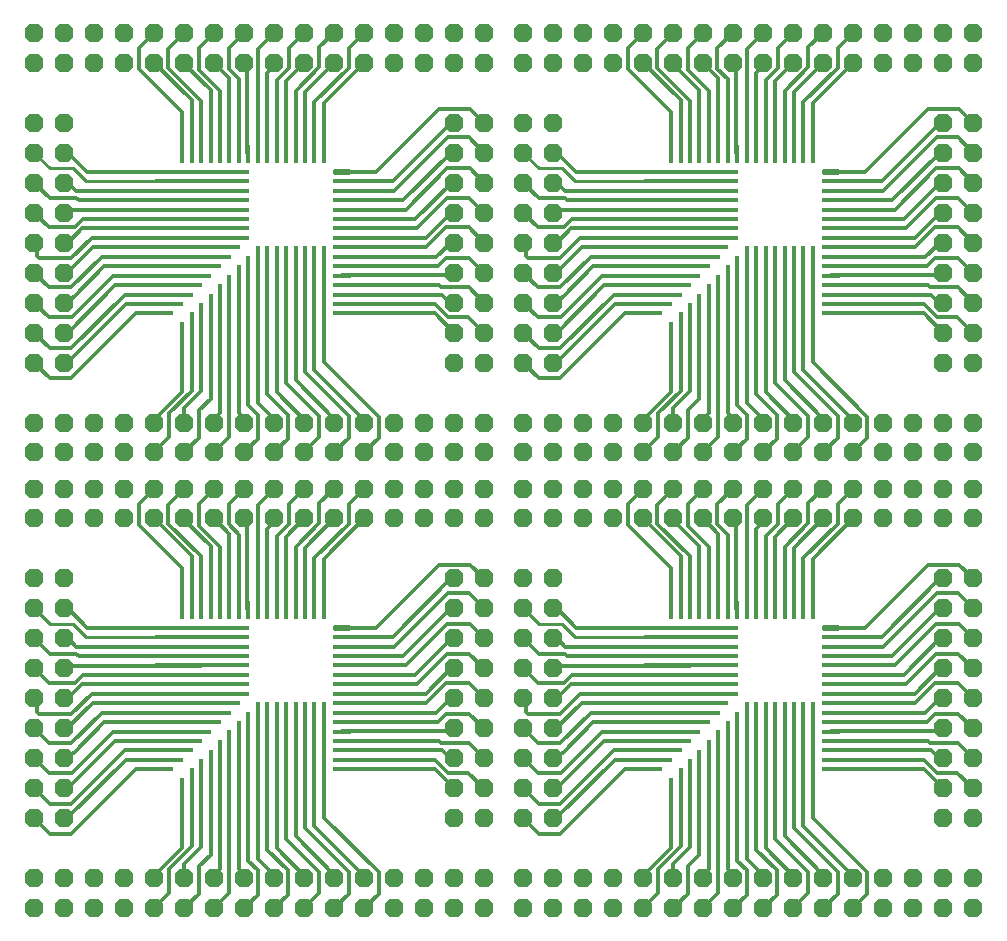
<source format=gbl>
G04*
G04 #@! TF.GenerationSoftware,Altium Limited,Altium Designer,22.0.2 (36)*
G04*
G04 Layer_Physical_Order=2*
G04 Layer_Color=16711680*
%FSLAX44Y44*%
%MOMM*%
G71*
G04*
G04 #@! TF.SameCoordinates,7C54838C-0965-49BE-8F7A-A0EB361EFC81*
G04*
G04*
G04 #@! TF.FilePolarity,Positive*
G04*
G01*
G75*
%ADD48C,0.2540*%
%ADD49P,1.7318X8X292.5*%
%ADD50P,1.7318X8X202.5*%
%ADD51R,0.4500X1.6000*%
%ADD52R,7.2000X0.4500*%
%ADD53R,6.4000X0.4500*%
%ADD54R,5.6000X0.4500*%
%ADD55R,4.8000X0.4500*%
%ADD56R,4.0000X0.4500*%
%ADD57R,3.2000X0.4500*%
%ADD58R,2.4000X0.4500*%
%ADD59R,1.6000X0.4500*%
%ADD60R,8.0000X0.4500*%
%ADD61R,0.4500X7.2000*%
%ADD62R,0.4500X6.4000*%
%ADD63R,0.4500X5.6000*%
%ADD64R,0.4500X4.8000*%
%ADD65R,0.4500X4.0000*%
%ADD66R,0.4500X3.2000*%
%ADD67R,0.4500X2.4000*%
G04:AMPARAMS|DCode=68|XSize=0.45mm|YSize=1.6mm|CornerRadius=0mm|HoleSize=0mm|Usage=FLASHONLY|Rotation=90.000|XOffset=0mm|YOffset=0mm|HoleType=Round|Shape=Octagon|*
%AMOCTAGOND68*
4,1,8,-0.8000,-0.1125,-0.8000,0.1125,-0.6875,0.2250,0.6875,0.2250,0.8000,0.1125,0.8000,-0.1125,0.6875,-0.2250,-0.6875,-0.2250,-0.8000,-0.1125,0.0*
%
%ADD68OCTAGOND68*%

%ADD69R,0.4500X8.0000*%
%ADD70C,0.3000*%
D48*
X49000Y256000D02*
X60000Y245000D01*
X158755D01*
X29900Y256000D02*
X49000D01*
X16700Y269200D02*
X29900Y256000D01*
X463000D02*
X474000Y245000D01*
X572755D01*
X443900Y256000D02*
X463000D01*
X430700Y269200D02*
X443900Y256000D01*
X49000Y642000D02*
X60000Y631000D01*
X158755D01*
X29900Y642000D02*
X49000D01*
X16700Y655200D02*
X29900Y642000D01*
X463000D02*
X474000Y631000D01*
X572755D01*
X443900Y642000D02*
X463000D01*
X430700Y655200D02*
X443900Y642000D01*
D49*
X397300Y142200D02*
D03*
Y91400D02*
D03*
Y116800D02*
D03*
Y167600D02*
D03*
Y193000D02*
D03*
Y218400D02*
D03*
Y243800D02*
D03*
Y269200D02*
D03*
Y294600D02*
D03*
X372000D02*
D03*
Y269200D02*
D03*
Y243800D02*
D03*
Y218400D02*
D03*
Y167600D02*
D03*
Y193000D02*
D03*
Y116800D02*
D03*
Y142200D02*
D03*
Y91400D02*
D03*
X16700Y243800D02*
D03*
X16700Y294600D02*
D03*
X16700Y269200D02*
D03*
X16700Y218400D02*
D03*
Y193000D02*
D03*
X16700Y167600D02*
D03*
Y142200D02*
D03*
X16700Y116800D02*
D03*
X16700Y91400D02*
D03*
X42000D02*
D03*
Y116800D02*
D03*
Y142200D02*
D03*
Y167600D02*
D03*
Y218400D02*
D03*
Y193000D02*
D03*
Y269200D02*
D03*
Y243800D02*
D03*
Y294600D02*
D03*
X811300Y142200D02*
D03*
Y91400D02*
D03*
Y116800D02*
D03*
Y167600D02*
D03*
Y193000D02*
D03*
Y218400D02*
D03*
Y243800D02*
D03*
Y269200D02*
D03*
Y294600D02*
D03*
X786000D02*
D03*
Y269200D02*
D03*
Y243800D02*
D03*
Y218400D02*
D03*
Y167600D02*
D03*
Y193000D02*
D03*
Y116800D02*
D03*
Y142200D02*
D03*
Y91400D02*
D03*
X430700Y243800D02*
D03*
X430700Y294600D02*
D03*
X430700Y269200D02*
D03*
X430700Y218400D02*
D03*
Y193000D02*
D03*
X430700Y167600D02*
D03*
Y142200D02*
D03*
X430700Y116800D02*
D03*
X430700Y91400D02*
D03*
X456000D02*
D03*
Y116800D02*
D03*
Y142200D02*
D03*
Y167600D02*
D03*
Y218400D02*
D03*
Y193000D02*
D03*
Y269200D02*
D03*
Y243800D02*
D03*
Y294600D02*
D03*
X397300Y528200D02*
D03*
Y477400D02*
D03*
Y502800D02*
D03*
Y553600D02*
D03*
Y579000D02*
D03*
Y604400D02*
D03*
Y629800D02*
D03*
Y655200D02*
D03*
Y680600D02*
D03*
X372000D02*
D03*
Y655200D02*
D03*
Y629800D02*
D03*
Y604400D02*
D03*
Y553600D02*
D03*
Y579000D02*
D03*
Y502800D02*
D03*
Y528200D02*
D03*
Y477400D02*
D03*
X16700Y629800D02*
D03*
X16700Y680600D02*
D03*
X16700Y655200D02*
D03*
X16700Y604400D02*
D03*
Y579000D02*
D03*
X16700Y553600D02*
D03*
Y528200D02*
D03*
X16700Y502800D02*
D03*
X16700Y477400D02*
D03*
X42000D02*
D03*
Y502800D02*
D03*
Y528200D02*
D03*
Y553600D02*
D03*
Y604400D02*
D03*
Y579000D02*
D03*
Y655200D02*
D03*
Y629800D02*
D03*
Y680600D02*
D03*
X811300Y528200D02*
D03*
Y477400D02*
D03*
Y502800D02*
D03*
Y553600D02*
D03*
Y579000D02*
D03*
Y604400D02*
D03*
Y629800D02*
D03*
Y655200D02*
D03*
Y680600D02*
D03*
X786000D02*
D03*
Y655200D02*
D03*
Y629800D02*
D03*
Y604400D02*
D03*
Y553600D02*
D03*
Y579000D02*
D03*
Y502800D02*
D03*
Y528200D02*
D03*
Y477400D02*
D03*
X430700Y629800D02*
D03*
X430700Y680600D02*
D03*
X430700Y655200D02*
D03*
X430700Y604400D02*
D03*
Y579000D02*
D03*
X430700Y553600D02*
D03*
Y528200D02*
D03*
X430700Y502800D02*
D03*
X430700Y477400D02*
D03*
X456000D02*
D03*
Y502800D02*
D03*
Y528200D02*
D03*
Y553600D02*
D03*
Y604400D02*
D03*
Y579000D02*
D03*
Y655200D02*
D03*
Y629800D02*
D03*
Y680600D02*
D03*
D50*
X143500Y345400D02*
D03*
Y370700D02*
D03*
X67300Y345400D02*
D03*
X41900D02*
D03*
X92700Y345400D02*
D03*
X118100Y345400D02*
D03*
X16500D02*
D03*
X67300Y370700D02*
D03*
X41900D02*
D03*
X92700D02*
D03*
X118100D02*
D03*
X16500D02*
D03*
X270500Y345400D02*
D03*
X372100D02*
D03*
X245100D02*
D03*
X295900D02*
D03*
X321300Y345400D02*
D03*
X346700Y345400D02*
D03*
X397500Y370700D02*
D03*
X219700Y345400D02*
D03*
X397500D02*
D03*
X270500Y370700D02*
D03*
X372100D02*
D03*
X245100D02*
D03*
X295900D02*
D03*
X321300D02*
D03*
X346700D02*
D03*
X219700D02*
D03*
X194300Y345400D02*
D03*
X168900Y345400D02*
D03*
X194300Y370700D02*
D03*
X168900D02*
D03*
X270500Y40600D02*
D03*
Y15300D02*
D03*
X346700Y40600D02*
D03*
X372100D02*
D03*
X321300D02*
D03*
X295900D02*
D03*
X397500D02*
D03*
X346700Y15300D02*
D03*
X372100D02*
D03*
X321300D02*
D03*
X295900Y15300D02*
D03*
X397500Y15300D02*
D03*
X143500Y40600D02*
D03*
X41900D02*
D03*
X168900D02*
D03*
X118100D02*
D03*
X92700D02*
D03*
X67300D02*
D03*
X16500Y15300D02*
D03*
X194300Y40600D02*
D03*
X16500D02*
D03*
X143500Y15300D02*
D03*
X41900D02*
D03*
X168900D02*
D03*
X118100D02*
D03*
X92700D02*
D03*
X67300Y15300D02*
D03*
X194300D02*
D03*
X219700Y40600D02*
D03*
X245100D02*
D03*
X219700Y15300D02*
D03*
X245100D02*
D03*
X557500Y345400D02*
D03*
Y370700D02*
D03*
X481300Y345400D02*
D03*
X455900D02*
D03*
X506700Y345400D02*
D03*
X532100Y345400D02*
D03*
X430500D02*
D03*
X481300Y370700D02*
D03*
X455900D02*
D03*
X506700D02*
D03*
X532100D02*
D03*
X430500D02*
D03*
X684500Y345400D02*
D03*
X786100D02*
D03*
X659100D02*
D03*
X709900D02*
D03*
X735300Y345400D02*
D03*
X760700Y345400D02*
D03*
X811500Y370700D02*
D03*
X633700Y345400D02*
D03*
X811500D02*
D03*
X684500Y370700D02*
D03*
X786100D02*
D03*
X659100D02*
D03*
X709900D02*
D03*
X735300D02*
D03*
X760700D02*
D03*
X633700D02*
D03*
X608300Y345400D02*
D03*
X582900Y345400D02*
D03*
X608300Y370700D02*
D03*
X582900D02*
D03*
X684500Y40600D02*
D03*
Y15300D02*
D03*
X760700Y40600D02*
D03*
X786100D02*
D03*
X735300D02*
D03*
X709900D02*
D03*
X811500D02*
D03*
X760700Y15300D02*
D03*
X786100D02*
D03*
X735300D02*
D03*
X709900Y15300D02*
D03*
X811500Y15300D02*
D03*
X557500Y40600D02*
D03*
X455900D02*
D03*
X582900D02*
D03*
X532100D02*
D03*
X506700D02*
D03*
X481300D02*
D03*
X430500Y15300D02*
D03*
X608300Y40600D02*
D03*
X430500D02*
D03*
X557500Y15300D02*
D03*
X455900D02*
D03*
X582900D02*
D03*
X532100D02*
D03*
X506700D02*
D03*
X481300Y15300D02*
D03*
X608300D02*
D03*
X633700Y40600D02*
D03*
X659100D02*
D03*
X633700Y15300D02*
D03*
X659100D02*
D03*
X143500Y731400D02*
D03*
Y756700D02*
D03*
X67300Y731400D02*
D03*
X41900D02*
D03*
X92700Y731400D02*
D03*
X118100Y731400D02*
D03*
X16500D02*
D03*
X67300Y756700D02*
D03*
X41900D02*
D03*
X92700D02*
D03*
X118100D02*
D03*
X16500D02*
D03*
X270500Y731400D02*
D03*
X372100D02*
D03*
X245100D02*
D03*
X295900D02*
D03*
X321300Y731400D02*
D03*
X346700Y731400D02*
D03*
X397500Y756700D02*
D03*
X219700Y731400D02*
D03*
X397500D02*
D03*
X270500Y756700D02*
D03*
X372100D02*
D03*
X245100D02*
D03*
X295900D02*
D03*
X321300D02*
D03*
X346700D02*
D03*
X219700D02*
D03*
X194300Y731400D02*
D03*
X168900Y731400D02*
D03*
X194300Y756700D02*
D03*
X168900D02*
D03*
X270500Y426600D02*
D03*
Y401300D02*
D03*
X346700Y426600D02*
D03*
X372100D02*
D03*
X321300D02*
D03*
X295900D02*
D03*
X397500D02*
D03*
X346700Y401300D02*
D03*
X372100D02*
D03*
X321300D02*
D03*
X295900Y401300D02*
D03*
X397500Y401300D02*
D03*
X143500Y426600D02*
D03*
X41900D02*
D03*
X168900D02*
D03*
X118100D02*
D03*
X92700D02*
D03*
X67300D02*
D03*
X16500Y401300D02*
D03*
X194300Y426600D02*
D03*
X16500D02*
D03*
X143500Y401300D02*
D03*
X41900D02*
D03*
X168900D02*
D03*
X118100D02*
D03*
X92700D02*
D03*
X67300Y401300D02*
D03*
X194300D02*
D03*
X219700Y426600D02*
D03*
X245100D02*
D03*
X219700Y401300D02*
D03*
X245100D02*
D03*
X557500Y731400D02*
D03*
Y756700D02*
D03*
X481300Y731400D02*
D03*
X455900D02*
D03*
X506700Y731400D02*
D03*
X532100Y731400D02*
D03*
X430500D02*
D03*
X481300Y756700D02*
D03*
X455900D02*
D03*
X506700D02*
D03*
X532100D02*
D03*
X430500D02*
D03*
X684500Y731400D02*
D03*
X786100D02*
D03*
X659100D02*
D03*
X709900D02*
D03*
X735300Y731400D02*
D03*
X760700Y731400D02*
D03*
X811500Y756700D02*
D03*
X633700Y731400D02*
D03*
X811500D02*
D03*
X684500Y756700D02*
D03*
X786100D02*
D03*
X659100D02*
D03*
X709900D02*
D03*
X735300D02*
D03*
X760700D02*
D03*
X633700D02*
D03*
X608300Y731400D02*
D03*
X582900Y731400D02*
D03*
X608300Y756700D02*
D03*
X582900D02*
D03*
X684500Y426600D02*
D03*
Y401300D02*
D03*
X760700Y426600D02*
D03*
X786100D02*
D03*
X735300D02*
D03*
X709900D02*
D03*
X811500D02*
D03*
X760700Y401300D02*
D03*
X786100D02*
D03*
X735300D02*
D03*
X709900Y401300D02*
D03*
X811500Y401300D02*
D03*
X557500Y426600D02*
D03*
X455900D02*
D03*
X582900D02*
D03*
X532100D02*
D03*
X506700D02*
D03*
X481300D02*
D03*
X430500Y401300D02*
D03*
X608300Y426600D02*
D03*
X430500D02*
D03*
X557500Y401300D02*
D03*
X455900D02*
D03*
X582900D02*
D03*
X532100D02*
D03*
X506700D02*
D03*
X481300Y401300D02*
D03*
X608300D02*
D03*
X633700Y426600D02*
D03*
X659100D02*
D03*
X633700Y401300D02*
D03*
X659100D02*
D03*
D51*
X197755Y268000D02*
D03*
X189755D02*
D03*
X181755D02*
D03*
X173755D02*
D03*
X165755D02*
D03*
X157755D02*
D03*
X149755D02*
D03*
X141755D02*
D03*
X261755D02*
D03*
X253755D02*
D03*
X245755D02*
D03*
X237755D02*
D03*
X229755D02*
D03*
X221755D02*
D03*
X213755D02*
D03*
X205755D02*
D03*
X141755Y118000D02*
D03*
X611755Y268000D02*
D03*
X603755D02*
D03*
X595755D02*
D03*
X587755D02*
D03*
X579755D02*
D03*
X571755D02*
D03*
X563755D02*
D03*
X555755D02*
D03*
X675755D02*
D03*
X667755D02*
D03*
X659755D02*
D03*
X651755D02*
D03*
X643755D02*
D03*
X635755D02*
D03*
X627755D02*
D03*
X619755D02*
D03*
X555755Y118000D02*
D03*
X197755Y654000D02*
D03*
X189755D02*
D03*
X181755D02*
D03*
X173755D02*
D03*
X165755D02*
D03*
X157755D02*
D03*
X149755D02*
D03*
X141755D02*
D03*
X261755D02*
D03*
X253755D02*
D03*
X245755D02*
D03*
X237755D02*
D03*
X229755D02*
D03*
X221755D02*
D03*
X213755D02*
D03*
X205755D02*
D03*
X141755Y504000D02*
D03*
X611755Y654000D02*
D03*
X603755D02*
D03*
X595755D02*
D03*
X587755D02*
D03*
X579755D02*
D03*
X571755D02*
D03*
X563755D02*
D03*
X555755D02*
D03*
X675755D02*
D03*
X667755D02*
D03*
X659755D02*
D03*
X651755D02*
D03*
X643755D02*
D03*
X635755D02*
D03*
X627755D02*
D03*
X619755D02*
D03*
X555755Y504000D02*
D03*
D52*
X154755Y189000D02*
D03*
X568755D02*
D03*
X154755Y575000D02*
D03*
X568755D02*
D03*
D53*
X150755Y181000D02*
D03*
X564755D02*
D03*
X150755Y567000D02*
D03*
X564755D02*
D03*
D54*
X146755Y173000D02*
D03*
X560755D02*
D03*
X146755Y559000D02*
D03*
X560755D02*
D03*
D55*
X142755Y165000D02*
D03*
X556755D02*
D03*
X142755Y551000D02*
D03*
X556755D02*
D03*
D56*
X138755Y157000D02*
D03*
X552755D02*
D03*
X138755Y543000D02*
D03*
X552755D02*
D03*
D57*
X134755Y149000D02*
D03*
X548755D02*
D03*
X134755Y535000D02*
D03*
X548755D02*
D03*
D58*
X130755Y141000D02*
D03*
X544755D02*
D03*
X130755Y527000D02*
D03*
X544755D02*
D03*
D59*
X126755Y133000D02*
D03*
X276755D02*
D03*
Y141000D02*
D03*
Y149000D02*
D03*
Y157000D02*
D03*
Y165000D02*
D03*
Y173000D02*
D03*
Y181000D02*
D03*
Y189000D02*
D03*
Y245000D02*
D03*
Y237000D02*
D03*
Y229000D02*
D03*
Y221000D02*
D03*
Y213000D02*
D03*
Y205000D02*
D03*
Y197000D02*
D03*
X540755Y133000D02*
D03*
X690755D02*
D03*
Y141000D02*
D03*
Y149000D02*
D03*
Y157000D02*
D03*
Y165000D02*
D03*
Y173000D02*
D03*
Y181000D02*
D03*
Y189000D02*
D03*
Y245000D02*
D03*
Y237000D02*
D03*
Y229000D02*
D03*
Y221000D02*
D03*
Y213000D02*
D03*
Y205000D02*
D03*
Y197000D02*
D03*
X126755Y519000D02*
D03*
X276755D02*
D03*
Y527000D02*
D03*
Y535000D02*
D03*
Y543000D02*
D03*
Y551000D02*
D03*
Y559000D02*
D03*
Y567000D02*
D03*
Y575000D02*
D03*
Y631000D02*
D03*
Y623000D02*
D03*
Y615000D02*
D03*
Y607000D02*
D03*
Y599000D02*
D03*
Y591000D02*
D03*
Y583000D02*
D03*
X540755Y519000D02*
D03*
X690755D02*
D03*
Y527000D02*
D03*
Y535000D02*
D03*
Y543000D02*
D03*
Y551000D02*
D03*
Y559000D02*
D03*
Y567000D02*
D03*
Y575000D02*
D03*
Y631000D02*
D03*
Y623000D02*
D03*
Y615000D02*
D03*
Y607000D02*
D03*
Y599000D02*
D03*
Y591000D02*
D03*
Y583000D02*
D03*
D60*
X158755Y253000D02*
D03*
Y245000D02*
D03*
Y237000D02*
D03*
Y229000D02*
D03*
Y221000D02*
D03*
Y213000D02*
D03*
Y205000D02*
D03*
Y197000D02*
D03*
X572755Y253000D02*
D03*
Y245000D02*
D03*
Y237000D02*
D03*
Y229000D02*
D03*
Y221000D02*
D03*
Y213000D02*
D03*
Y205000D02*
D03*
Y197000D02*
D03*
X158755Y639000D02*
D03*
Y631000D02*
D03*
Y623000D02*
D03*
Y615000D02*
D03*
Y607000D02*
D03*
Y599000D02*
D03*
Y591000D02*
D03*
Y583000D02*
D03*
X572755Y639000D02*
D03*
Y631000D02*
D03*
Y623000D02*
D03*
Y615000D02*
D03*
Y607000D02*
D03*
Y599000D02*
D03*
Y591000D02*
D03*
Y583000D02*
D03*
D61*
X197755Y146000D02*
D03*
X611755D02*
D03*
X197755Y532000D02*
D03*
X611755D02*
D03*
D62*
X189755Y142000D02*
D03*
X603755D02*
D03*
X189755Y528000D02*
D03*
X603755D02*
D03*
D63*
X181755Y138000D02*
D03*
X595755D02*
D03*
X181755Y524000D02*
D03*
X595755D02*
D03*
D64*
X173755Y134000D02*
D03*
X587755D02*
D03*
X173755Y520000D02*
D03*
X587755D02*
D03*
D65*
X165755Y130000D02*
D03*
X579755D02*
D03*
X165755Y516000D02*
D03*
X579755D02*
D03*
D66*
X157755Y126000D02*
D03*
X571755D02*
D03*
X157755Y512000D02*
D03*
X571755D02*
D03*
D67*
X149755Y122000D02*
D03*
X563755D02*
D03*
X149755Y508000D02*
D03*
X563755D02*
D03*
D68*
X276755Y253000D02*
D03*
X690755D02*
D03*
X276755Y639000D02*
D03*
X690755D02*
D03*
D69*
X261755Y150000D02*
D03*
X253755D02*
D03*
X245755D02*
D03*
X237755D02*
D03*
X229755D02*
D03*
X221755D02*
D03*
X213755D02*
D03*
X205755D02*
D03*
X675755D02*
D03*
X667755D02*
D03*
X659755D02*
D03*
X651755D02*
D03*
X643755D02*
D03*
X635755D02*
D03*
X627755D02*
D03*
X619755D02*
D03*
X261755Y536000D02*
D03*
X253755D02*
D03*
X245755D02*
D03*
X237755D02*
D03*
X229755D02*
D03*
X221755D02*
D03*
X213755D02*
D03*
X205755D02*
D03*
X675755D02*
D03*
X667755D02*
D03*
X659755D02*
D03*
X651755D02*
D03*
X643755D02*
D03*
X635755D02*
D03*
X627755D02*
D03*
X619755D02*
D03*
D70*
X42000Y269200D02*
X44800D01*
X61000Y253000D01*
X158755D01*
X28900Y130000D02*
X48129D01*
X16700Y142200D02*
X28900Y130000D01*
X16700Y116800D02*
X29500Y104000D01*
X48000D01*
X66000Y189000D02*
X154755D01*
X42000Y167600D02*
X44600D01*
X66000Y189000D01*
X42000Y142200D02*
X45121D01*
X49703Y146782D01*
X49782D02*
X76000Y173000D01*
X146755D01*
X49703Y146782D02*
X49782D01*
X47729Y155000D02*
X73729Y181000D01*
X29300Y155000D02*
X47729D01*
X73729Y181000D02*
X150755D01*
X93000Y149000D02*
X134755D01*
X48000Y104000D02*
X93000Y149000D01*
X85000Y157000D02*
X138755D01*
X44800Y116800D02*
X85000Y157000D01*
X42000Y116800D02*
X44800D01*
X44400Y91400D02*
X94000Y141000D01*
X42000Y91400D02*
X44400D01*
X94000Y141000D02*
X130755D01*
X48000Y78000D02*
X103000Y133000D01*
X30100Y78000D02*
X48000D01*
X103000Y133000D02*
X126755D01*
X308000Y27400D02*
Y45728D01*
X295900Y15300D02*
X308000Y27400D01*
X261755Y91973D02*
X308000Y45728D01*
X369800Y243800D02*
X372000D01*
X339000Y213000D02*
X369800Y243800D01*
X276755Y213000D02*
X339000D01*
X276755Y229000D02*
X329000D01*
X369200Y269200D02*
X372000D01*
X329000Y229000D02*
X369200Y269200D01*
X276755Y245000D02*
X320000D01*
X369600Y294600D02*
X372000D01*
X320000Y245000D02*
X369600Y294600D01*
X384500Y282000D02*
X397300Y269200D01*
X321471Y237000D02*
X366471Y282000D01*
X384500D01*
X385100Y256000D02*
X397300Y243800D01*
X330871Y221000D02*
X365871Y256000D01*
X385100D01*
X384700Y231000D02*
X397300Y218400D01*
X366271Y231000D02*
X384700D01*
X340271Y205000D02*
X366271Y231000D01*
X348000Y189000D02*
X365000Y206000D01*
X276755Y189000D02*
X348000D01*
X365000Y206000D02*
X384300D01*
X276755Y197000D02*
X348000D01*
X369400Y218400D02*
X372000D01*
X348000Y197000D02*
X369400Y218400D01*
X384300Y206000D02*
X397300Y193000D01*
X276755Y173000D02*
X358000D01*
X365000Y180000D02*
X384900D01*
X358000Y173000D02*
X365000Y180000D01*
X357000Y181000D02*
X369000Y193000D01*
X276755Y181000D02*
X357000D01*
X369000Y193000D02*
X372000D01*
X384900Y180000D02*
X397300Y167600D01*
X276755Y157000D02*
X359000D01*
X361000Y155000D01*
X384500D01*
X397300Y142200D01*
X367250Y130000D02*
X384100D01*
X356250Y141000D02*
X367250Y130000D01*
X384100D02*
X397300Y116800D01*
X258000Y28200D02*
Y46029D01*
X245100Y15300D02*
X258000Y28200D01*
X229755Y74274D02*
X258000Y46029D01*
X245755Y83674D02*
X283000Y46429D01*
X270500Y15300D02*
X283000Y27800D01*
Y46429D01*
X253755Y85245D02*
X295900Y43100D01*
X253755Y85245D02*
Y150000D01*
X295900Y40600D02*
Y43100D01*
X237755Y76245D02*
Y150000D01*
Y76245D02*
X270500Y43500D01*
Y40600D02*
Y43500D01*
X205755Y57245D02*
Y150000D01*
X219700Y40600D02*
Y43300D01*
X205755Y57245D02*
X219700Y43300D01*
X245100Y40600D02*
Y42900D01*
X221755Y66245D02*
Y150000D01*
Y66245D02*
X245100Y42900D01*
X16700Y91400D02*
X30100Y78000D01*
X48129Y130000D02*
X83129Y165000D01*
X16700Y167600D02*
X29300Y155000D01*
X65000Y197000D02*
X158755D01*
X48000Y180000D02*
X65000Y197000D01*
X20579Y180000D02*
X48000D01*
X18821Y181757D02*
X20579Y180000D01*
X18821Y181757D02*
Y190879D01*
X16700Y193000D02*
X18821Y190879D01*
X57121Y205000D02*
X158755D01*
X45121Y193000D02*
X57121Y205000D01*
X42000Y193000D02*
X45121D01*
X51000Y206000D02*
X58000Y213000D01*
X158755D01*
X29100Y206000D02*
X51000D01*
X16700Y218400D02*
X29100Y206000D01*
X54000Y229000D02*
X158755D01*
X29500Y231000D02*
X52000D01*
X54000Y229000D01*
X16700Y243800D02*
X29500Y231000D01*
X149755Y268000D02*
Y313745D01*
X118100Y345400D02*
X149755Y313745D01*
X105000Y340000D02*
Y357600D01*
X141755Y268000D02*
Y303245D01*
X105000Y340000D02*
X141755Y303245D01*
X105000Y357600D02*
X118100Y370700D01*
X130000Y357200D02*
X143500Y370700D01*
X130000Y341000D02*
Y357200D01*
Y341000D02*
X157755Y313245D01*
X165755Y268000D02*
Y322174D01*
X173755Y268000D02*
Y321245D01*
X143500Y344429D02*
Y345400D01*
X156000Y339000D02*
X173755Y321245D01*
X156000Y339000D02*
Y357800D01*
X143500Y344429D02*
X165755Y322174D01*
X156000Y357800D02*
X168900Y370700D01*
X181000Y357400D02*
X194300Y370700D01*
X181000Y340371D02*
X189755Y331616D01*
X181000Y340371D02*
Y357400D01*
X205800Y356800D02*
X219700Y370700D01*
X205800Y339950D02*
Y356800D01*
X205755Y268000D02*
Y339905D01*
X205800Y339950D01*
X221755Y330505D02*
X232000Y340750D01*
Y357600D02*
X245100Y370700D01*
X232000Y340750D02*
Y357600D01*
X237755Y321105D02*
X258000Y341350D01*
Y358200D02*
X270500Y370700D01*
X258000Y341350D02*
Y358200D01*
X283000Y357800D02*
X295900Y370700D01*
X283000Y340950D02*
Y357800D01*
X253755Y311705D02*
X283000Y340950D01*
X261755Y268000D02*
Y311255D01*
X295900Y345400D01*
X253755Y268000D02*
Y311705D01*
X245755Y320655D02*
X270500Y345400D01*
X245755Y268000D02*
Y320655D01*
X237755Y268000D02*
Y321105D01*
X229755Y330055D02*
X245100Y345400D01*
X229755Y268000D02*
Y330055D01*
X221755Y268000D02*
Y330505D01*
X219700Y342279D02*
Y345400D01*
X213755Y268000D02*
Y336334D01*
X219700Y342279D01*
X197005Y268750D02*
Y342695D01*
Y268750D02*
X197755Y268000D01*
X194300Y345400D02*
X197005Y342695D01*
X189755Y268000D02*
Y331616D01*
X168900Y345400D02*
X181755Y332545D01*
Y268000D02*
Y332545D01*
X157755Y268000D02*
Y313245D01*
X45121Y243800D02*
X51921Y237000D01*
X42000Y243800D02*
X45121D01*
X51921Y237000D02*
X158755D01*
X43850Y220250D02*
X158005D01*
X42000Y218400D02*
X43850Y220250D01*
X158005D02*
X158755Y221000D01*
X83129Y165000D02*
X142755D01*
X118100Y40600D02*
Y43100D01*
X143500Y53100D02*
X157755Y67355D01*
Y126000D01*
X149755Y67684D02*
Y122000D01*
X131000Y48929D02*
X149755Y67684D01*
X131000Y28200D02*
Y48929D01*
X141755Y66755D02*
Y118000D01*
X118100Y43100D02*
X141755Y66755D01*
X143500Y40600D02*
Y53100D01*
X156000Y51000D02*
X165755Y60755D01*
X156000Y27800D02*
Y51000D01*
X143500Y15300D02*
X156000Y27800D01*
X165755Y60755D02*
Y130000D01*
X118100Y15300D02*
X131000Y28200D01*
X168900Y43856D02*
X173755Y48711D01*
X168900Y40600D02*
Y43856D01*
X173755Y48711D02*
Y134000D01*
X168900Y15300D02*
X181755Y28155D01*
Y138000D01*
X194300Y40600D02*
Y43856D01*
X189755Y48401D02*
Y142000D01*
Y48401D02*
X194300Y43856D01*
X197755Y55474D02*
Y146000D01*
Y55474D02*
X205800Y47429D01*
X194300Y15300D02*
X205800Y26800D01*
Y47429D01*
X219700Y15300D02*
X231200Y26800D01*
Y47429D01*
X213755Y64874D02*
X231200Y47429D01*
X213755Y64874D02*
Y150000D01*
X229755Y74274D02*
Y150000D01*
X245755Y83674D02*
Y150000D01*
X261755Y91973D02*
Y150000D01*
X306000Y253000D02*
X359100Y306100D01*
X276755Y253000D02*
X306000D01*
X359100Y306100D02*
X385800D01*
X276755Y133000D02*
X355800D01*
X372000Y116800D01*
X276755Y141000D02*
X356250D01*
X362079Y149000D02*
X368879Y142200D01*
X372000D01*
X276755Y149000D02*
X362079D01*
X370150Y165750D02*
X372000Y167600D01*
X276755Y165000D02*
X277505Y165750D01*
X370150D01*
X276755Y205000D02*
X340271D01*
X276755Y221000D02*
X330871D01*
X276755Y237000D02*
X321471D01*
X385800Y306100D02*
X397300Y294600D01*
X456000Y269200D02*
X458800D01*
X475000Y253000D01*
X572755D01*
X442900Y130000D02*
X462129D01*
X430700Y142200D02*
X442900Y130000D01*
X430700Y116800D02*
X443500Y104000D01*
X462000D01*
X480000Y189000D02*
X568755D01*
X456000Y167600D02*
X458600D01*
X480000Y189000D01*
X456000Y142200D02*
X459121D01*
X463703Y146782D01*
X463782D02*
X490000Y173000D01*
X560755D01*
X463703Y146782D02*
X463782D01*
X461729Y155000D02*
X487729Y181000D01*
X443300Y155000D02*
X461729D01*
X487729Y181000D02*
X564755D01*
X507000Y149000D02*
X548755D01*
X462000Y104000D02*
X507000Y149000D01*
X499000Y157000D02*
X552755D01*
X458800Y116800D02*
X499000Y157000D01*
X456000Y116800D02*
X458800D01*
X458400Y91400D02*
X508000Y141000D01*
X456000Y91400D02*
X458400D01*
X508000Y141000D02*
X544755D01*
X462000Y78000D02*
X517000Y133000D01*
X444100Y78000D02*
X462000D01*
X517000Y133000D02*
X540755D01*
X722000Y27400D02*
Y45728D01*
X709900Y15300D02*
X722000Y27400D01*
X675755Y91973D02*
X722000Y45728D01*
X783800Y243800D02*
X786000D01*
X753000Y213000D02*
X783800Y243800D01*
X690755Y213000D02*
X753000D01*
X690755Y229000D02*
X743000D01*
X783200Y269200D02*
X786000D01*
X743000Y229000D02*
X783200Y269200D01*
X690755Y245000D02*
X734000D01*
X783600Y294600D02*
X786000D01*
X734000Y245000D02*
X783600Y294600D01*
X798500Y282000D02*
X811300Y269200D01*
X735471Y237000D02*
X780471Y282000D01*
X798500D01*
X799100Y256000D02*
X811300Y243800D01*
X744871Y221000D02*
X779871Y256000D01*
X799100D01*
X798700Y231000D02*
X811300Y218400D01*
X780271Y231000D02*
X798700D01*
X754271Y205000D02*
X780271Y231000D01*
X762000Y189000D02*
X779000Y206000D01*
X690755Y189000D02*
X762000D01*
X779000Y206000D02*
X798300D01*
X690755Y197000D02*
X762000D01*
X783400Y218400D02*
X786000D01*
X762000Y197000D02*
X783400Y218400D01*
X798300Y206000D02*
X811300Y193000D01*
X690755Y173000D02*
X772000D01*
X779000Y180000D02*
X798900D01*
X772000Y173000D02*
X779000Y180000D01*
X771000Y181000D02*
X783000Y193000D01*
X690755Y181000D02*
X771000D01*
X783000Y193000D02*
X786000D01*
X798900Y180000D02*
X811300Y167600D01*
X690755Y157000D02*
X773000D01*
X775000Y155000D01*
X798500D01*
X811300Y142200D01*
X781250Y130000D02*
X798100D01*
X770250Y141000D02*
X781250Y130000D01*
X798100D02*
X811300Y116800D01*
X672000Y28200D02*
Y46029D01*
X659100Y15300D02*
X672000Y28200D01*
X643755Y74274D02*
X672000Y46029D01*
X659755Y83674D02*
X697000Y46429D01*
X684500Y15300D02*
X697000Y27800D01*
Y46429D01*
X667755Y85245D02*
X709900Y43100D01*
X667755Y85245D02*
Y150000D01*
X709900Y40600D02*
Y43100D01*
X651755Y76245D02*
Y150000D01*
Y76245D02*
X684500Y43500D01*
Y40600D02*
Y43500D01*
X619755Y57245D02*
Y150000D01*
X633700Y40600D02*
Y43300D01*
X619755Y57245D02*
X633700Y43300D01*
X659100Y40600D02*
Y42900D01*
X635755Y66245D02*
Y150000D01*
Y66245D02*
X659100Y42900D01*
X430700Y91400D02*
X444100Y78000D01*
X462129Y130000D02*
X497129Y165000D01*
X430700Y167600D02*
X443300Y155000D01*
X479000Y197000D02*
X572755D01*
X462000Y180000D02*
X479000Y197000D01*
X434579Y180000D02*
X462000D01*
X432821Y181757D02*
X434579Y180000D01*
X432821Y181757D02*
Y190879D01*
X430700Y193000D02*
X432821Y190879D01*
X471121Y205000D02*
X572755D01*
X459121Y193000D02*
X471121Y205000D01*
X456000Y193000D02*
X459121D01*
X465000Y206000D02*
X472000Y213000D01*
X572755D01*
X443100Y206000D02*
X465000D01*
X430700Y218400D02*
X443100Y206000D01*
X468000Y229000D02*
X572755D01*
X443500Y231000D02*
X466000D01*
X468000Y229000D01*
X430700Y243800D02*
X443500Y231000D01*
X563755Y268000D02*
Y313745D01*
X532100Y345400D02*
X563755Y313745D01*
X519000Y340000D02*
Y357600D01*
X555755Y268000D02*
Y303245D01*
X519000Y340000D02*
X555755Y303245D01*
X519000Y357600D02*
X532100Y370700D01*
X544000Y357200D02*
X557500Y370700D01*
X544000Y341000D02*
Y357200D01*
Y341000D02*
X571755Y313245D01*
X579755Y268000D02*
Y322174D01*
X587755Y268000D02*
Y321245D01*
X557500Y344429D02*
Y345400D01*
X570000Y339000D02*
X587755Y321245D01*
X570000Y339000D02*
Y357800D01*
X557500Y344429D02*
X579755Y322174D01*
X570000Y357800D02*
X582900Y370700D01*
X595000Y357400D02*
X608300Y370700D01*
X595000Y340371D02*
X603755Y331616D01*
X595000Y340371D02*
Y357400D01*
X619800Y356800D02*
X633700Y370700D01*
X619800Y339950D02*
Y356800D01*
X619755Y268000D02*
Y339905D01*
X619800Y339950D01*
X635755Y330505D02*
X646000Y340750D01*
Y357600D02*
X659100Y370700D01*
X646000Y340750D02*
Y357600D01*
X651755Y321105D02*
X672000Y341350D01*
Y358200D02*
X684500Y370700D01*
X672000Y341350D02*
Y358200D01*
X697000Y357800D02*
X709900Y370700D01*
X697000Y340950D02*
Y357800D01*
X667755Y311705D02*
X697000Y340950D01*
X675755Y268000D02*
Y311255D01*
X709900Y345400D01*
X667755Y268000D02*
Y311705D01*
X659755Y320655D02*
X684500Y345400D01*
X659755Y268000D02*
Y320655D01*
X651755Y268000D02*
Y321105D01*
X643755Y330055D02*
X659100Y345400D01*
X643755Y268000D02*
Y330055D01*
X635755Y268000D02*
Y330505D01*
X633700Y342279D02*
Y345400D01*
X627755Y268000D02*
Y336334D01*
X633700Y342279D01*
X611005Y268750D02*
Y342695D01*
Y268750D02*
X611755Y268000D01*
X608300Y345400D02*
X611005Y342695D01*
X603755Y268000D02*
Y331616D01*
X582900Y345400D02*
X595755Y332545D01*
Y268000D02*
Y332545D01*
X571755Y268000D02*
Y313245D01*
X459121Y243800D02*
X465921Y237000D01*
X456000Y243800D02*
X459121D01*
X465921Y237000D02*
X572755D01*
X457850Y220250D02*
X572005D01*
X456000Y218400D02*
X457850Y220250D01*
X572005D02*
X572755Y221000D01*
X497129Y165000D02*
X556755D01*
X532100Y40600D02*
Y43100D01*
X557500Y53100D02*
X571755Y67355D01*
Y126000D01*
X563755Y67684D02*
Y122000D01*
X545000Y48929D02*
X563755Y67684D01*
X545000Y28200D02*
Y48929D01*
X555755Y66755D02*
Y118000D01*
X532100Y43100D02*
X555755Y66755D01*
X557500Y40600D02*
Y53100D01*
X570000Y51000D02*
X579755Y60755D01*
X570000Y27800D02*
Y51000D01*
X557500Y15300D02*
X570000Y27800D01*
X579755Y60755D02*
Y130000D01*
X532100Y15300D02*
X545000Y28200D01*
X582900Y43856D02*
X587755Y48711D01*
X582900Y40600D02*
Y43856D01*
X587755Y48711D02*
Y134000D01*
X582900Y15300D02*
X595755Y28155D01*
Y138000D01*
X608300Y40600D02*
Y43856D01*
X603755Y48401D02*
Y142000D01*
Y48401D02*
X608300Y43856D01*
X611755Y55474D02*
Y146000D01*
Y55474D02*
X619800Y47429D01*
X608300Y15300D02*
X619800Y26800D01*
Y47429D01*
X633700Y15300D02*
X645200Y26800D01*
Y47429D01*
X627755Y64874D02*
X645200Y47429D01*
X627755Y64874D02*
Y150000D01*
X643755Y74274D02*
Y150000D01*
X659755Y83674D02*
Y150000D01*
X675755Y91973D02*
Y150000D01*
X720000Y253000D02*
X773100Y306100D01*
X690755Y253000D02*
X720000D01*
X773100Y306100D02*
X799800D01*
X690755Y133000D02*
X769800D01*
X786000Y116800D01*
X690755Y141000D02*
X770250D01*
X776079Y149000D02*
X782879Y142200D01*
X786000D01*
X690755Y149000D02*
X776079D01*
X784150Y165750D02*
X786000Y167600D01*
X690755Y165000D02*
X691505Y165750D01*
X784150D01*
X690755Y205000D02*
X754271D01*
X690755Y221000D02*
X744871D01*
X690755Y237000D02*
X735471D01*
X799800Y306100D02*
X811300Y294600D01*
X42000Y655200D02*
X44800D01*
X61000Y639000D01*
X158755D01*
X28900Y516000D02*
X48129D01*
X16700Y528200D02*
X28900Y516000D01*
X16700Y502800D02*
X29500Y490000D01*
X48000D01*
X66000Y575000D02*
X154755D01*
X42000Y553600D02*
X44600D01*
X66000Y575000D01*
X42000Y528200D02*
X45121D01*
X49703Y532782D01*
X49782D02*
X76000Y559000D01*
X146755D01*
X49703Y532782D02*
X49782D01*
X47729Y541000D02*
X73729Y567000D01*
X29300Y541000D02*
X47729D01*
X73729Y567000D02*
X150755D01*
X93000Y535000D02*
X134755D01*
X48000Y490000D02*
X93000Y535000D01*
X85000Y543000D02*
X138755D01*
X44800Y502800D02*
X85000Y543000D01*
X42000Y502800D02*
X44800D01*
X44400Y477400D02*
X94000Y527000D01*
X42000Y477400D02*
X44400D01*
X94000Y527000D02*
X130755D01*
X48000Y464000D02*
X103000Y519000D01*
X30100Y464000D02*
X48000D01*
X103000Y519000D02*
X126755D01*
X308000Y413400D02*
Y431727D01*
X295900Y401300D02*
X308000Y413400D01*
X261755Y477973D02*
X308000Y431727D01*
X369800Y629800D02*
X372000D01*
X339000Y599000D02*
X369800Y629800D01*
X276755Y599000D02*
X339000D01*
X276755Y615000D02*
X329000D01*
X369200Y655200D02*
X372000D01*
X329000Y615000D02*
X369200Y655200D01*
X276755Y631000D02*
X320000D01*
X369600Y680600D02*
X372000D01*
X320000Y631000D02*
X369600Y680600D01*
X384500Y668000D02*
X397300Y655200D01*
X321471Y623000D02*
X366471Y668000D01*
X384500D01*
X385100Y642000D02*
X397300Y629800D01*
X330871Y607000D02*
X365871Y642000D01*
X385100D01*
X384700Y617000D02*
X397300Y604400D01*
X366271Y617000D02*
X384700D01*
X340271Y591000D02*
X366271Y617000D01*
X348000Y575000D02*
X365000Y592000D01*
X276755Y575000D02*
X348000D01*
X365000Y592000D02*
X384300D01*
X276755Y583000D02*
X348000D01*
X369400Y604400D02*
X372000D01*
X348000Y583000D02*
X369400Y604400D01*
X384300Y592000D02*
X397300Y579000D01*
X276755Y559000D02*
X358000D01*
X365000Y566000D02*
X384900D01*
X358000Y559000D02*
X365000Y566000D01*
X357000Y567000D02*
X369000Y579000D01*
X276755Y567000D02*
X357000D01*
X369000Y579000D02*
X372000D01*
X384900Y566000D02*
X397300Y553600D01*
X276755Y543000D02*
X359000D01*
X361000Y541000D01*
X384500D01*
X397300Y528200D01*
X367250Y516000D02*
X384100D01*
X356250Y527000D02*
X367250Y516000D01*
X384100D02*
X397300Y502800D01*
X258000Y414200D02*
Y432029D01*
X245100Y401300D02*
X258000Y414200D01*
X229755Y460274D02*
X258000Y432029D01*
X245755Y469674D02*
X283000Y432429D01*
X270500Y401300D02*
X283000Y413800D01*
Y432429D01*
X253755Y471245D02*
X295900Y429100D01*
X253755Y471245D02*
Y536000D01*
X295900Y426600D02*
Y429100D01*
X237755Y462245D02*
Y536000D01*
Y462245D02*
X270500Y429500D01*
Y426600D02*
Y429500D01*
X205755Y443245D02*
Y536000D01*
X219700Y426600D02*
Y429300D01*
X205755Y443245D02*
X219700Y429300D01*
X245100Y426600D02*
Y428900D01*
X221755Y452245D02*
Y536000D01*
Y452245D02*
X245100Y428900D01*
X16700Y477400D02*
X30100Y464000D01*
X48129Y516000D02*
X83129Y551000D01*
X16700Y553600D02*
X29300Y541000D01*
X65000Y583000D02*
X158755D01*
X48000Y566000D02*
X65000Y583000D01*
X20579Y566000D02*
X48000D01*
X18821Y567757D02*
X20579Y566000D01*
X18821Y567757D02*
Y576879D01*
X16700Y579000D02*
X18821Y576879D01*
X57121Y591000D02*
X158755D01*
X45121Y579000D02*
X57121Y591000D01*
X42000Y579000D02*
X45121D01*
X51000Y592000D02*
X58000Y599000D01*
X158755D01*
X29100Y592000D02*
X51000D01*
X16700Y604400D02*
X29100Y592000D01*
X54000Y615000D02*
X158755D01*
X29500Y617000D02*
X52000D01*
X54000Y615000D01*
X16700Y629800D02*
X29500Y617000D01*
X149755Y654000D02*
Y699745D01*
X118100Y731400D02*
X149755Y699745D01*
X105000Y726000D02*
Y743600D01*
X141755Y654000D02*
Y689245D01*
X105000Y726000D02*
X141755Y689245D01*
X105000Y743600D02*
X118100Y756700D01*
X130000Y743200D02*
X143500Y756700D01*
X130000Y727000D02*
Y743200D01*
Y727000D02*
X157755Y699245D01*
X165755Y654000D02*
Y708174D01*
X173755Y654000D02*
Y707245D01*
X143500Y730429D02*
Y731400D01*
X156000Y725000D02*
X173755Y707245D01*
X156000Y725000D02*
Y743800D01*
X143500Y730429D02*
X165755Y708174D01*
X156000Y743800D02*
X168900Y756700D01*
X181000Y743400D02*
X194300Y756700D01*
X181000Y726371D02*
X189755Y717616D01*
X181000Y726371D02*
Y743400D01*
X205800Y742800D02*
X219700Y756700D01*
X205800Y725950D02*
Y742800D01*
X205755Y654000D02*
Y725905D01*
X205800Y725950D01*
X221755Y716505D02*
X232000Y726750D01*
Y743600D02*
X245100Y756700D01*
X232000Y726750D02*
Y743600D01*
X237755Y707105D02*
X258000Y727350D01*
Y744200D02*
X270500Y756700D01*
X258000Y727350D02*
Y744200D01*
X283000Y743800D02*
X295900Y756700D01*
X283000Y726950D02*
Y743800D01*
X253755Y697705D02*
X283000Y726950D01*
X261755Y654000D02*
Y697255D01*
X295900Y731400D01*
X253755Y654000D02*
Y697705D01*
X245755Y706655D02*
X270500Y731400D01*
X245755Y654000D02*
Y706655D01*
X237755Y654000D02*
Y707105D01*
X229755Y716055D02*
X245100Y731400D01*
X229755Y654000D02*
Y716055D01*
X221755Y654000D02*
Y716505D01*
X219700Y728279D02*
Y731400D01*
X213755Y654000D02*
Y722334D01*
X219700Y728279D01*
X197005Y654750D02*
Y728695D01*
Y654750D02*
X197755Y654000D01*
X194300Y731400D02*
X197005Y728695D01*
X189755Y654000D02*
Y717616D01*
X168900Y731400D02*
X181755Y718545D01*
Y654000D02*
Y718545D01*
X157755Y654000D02*
Y699245D01*
X45121Y629800D02*
X51921Y623000D01*
X42000Y629800D02*
X45121D01*
X51921Y623000D02*
X158755D01*
X43850Y606250D02*
X158005D01*
X42000Y604400D02*
X43850Y606250D01*
X158005D02*
X158755Y607000D01*
X83129Y551000D02*
X142755D01*
X118100Y426600D02*
Y429100D01*
X143500Y439100D02*
X157755Y453355D01*
Y512000D01*
X149755Y453684D02*
Y508000D01*
X131000Y434929D02*
X149755Y453684D01*
X131000Y414200D02*
Y434929D01*
X141755Y452755D02*
Y504000D01*
X118100Y429100D02*
X141755Y452755D01*
X143500Y426600D02*
Y439100D01*
X156000Y437000D02*
X165755Y446755D01*
X156000Y413800D02*
Y437000D01*
X143500Y401300D02*
X156000Y413800D01*
X165755Y446755D02*
Y516000D01*
X118100Y401300D02*
X131000Y414200D01*
X168900Y429856D02*
X173755Y434711D01*
X168900Y426600D02*
Y429856D01*
X173755Y434711D02*
Y520000D01*
X168900Y401300D02*
X181755Y414155D01*
Y524000D01*
X194300Y426600D02*
Y429856D01*
X189755Y434401D02*
Y528000D01*
Y434401D02*
X194300Y429856D01*
X197755Y441474D02*
Y532000D01*
Y441474D02*
X205800Y433429D01*
X194300Y401300D02*
X205800Y412800D01*
Y433429D01*
X219700Y401300D02*
X231200Y412800D01*
Y433429D01*
X213755Y450874D02*
X231200Y433429D01*
X213755Y450874D02*
Y536000D01*
X229755Y460274D02*
Y536000D01*
X245755Y469674D02*
Y536000D01*
X261755Y477973D02*
Y536000D01*
X306000Y639000D02*
X359100Y692100D01*
X276755Y639000D02*
X306000D01*
X359100Y692100D02*
X385800D01*
X276755Y519000D02*
X355800D01*
X372000Y502800D01*
X276755Y527000D02*
X356250D01*
X362079Y535000D02*
X368879Y528200D01*
X372000D01*
X276755Y535000D02*
X362079D01*
X370150Y551750D02*
X372000Y553600D01*
X276755Y551000D02*
X277505Y551750D01*
X370150D01*
X276755Y591000D02*
X340271D01*
X276755Y607000D02*
X330871D01*
X276755Y623000D02*
X321471D01*
X385800Y692100D02*
X397300Y680600D01*
X456000Y655200D02*
X458800D01*
X475000Y639000D01*
X572755D01*
X442900Y516000D02*
X462129D01*
X430700Y528200D02*
X442900Y516000D01*
X430700Y502800D02*
X443500Y490000D01*
X462000D01*
X480000Y575000D02*
X568755D01*
X456000Y553600D02*
X458600D01*
X480000Y575000D01*
X456000Y528200D02*
X459121D01*
X463703Y532782D01*
X463782D02*
X490000Y559000D01*
X560755D01*
X463703Y532782D02*
X463782D01*
X461729Y541000D02*
X487729Y567000D01*
X443300Y541000D02*
X461729D01*
X487729Y567000D02*
X564755D01*
X507000Y535000D02*
X548755D01*
X462000Y490000D02*
X507000Y535000D01*
X499000Y543000D02*
X552755D01*
X458800Y502800D02*
X499000Y543000D01*
X456000Y502800D02*
X458800D01*
X458400Y477400D02*
X508000Y527000D01*
X456000Y477400D02*
X458400D01*
X508000Y527000D02*
X544755D01*
X462000Y464000D02*
X517000Y519000D01*
X444100Y464000D02*
X462000D01*
X517000Y519000D02*
X540755D01*
X722000Y413400D02*
Y431727D01*
X709900Y401300D02*
X722000Y413400D01*
X675755Y477973D02*
X722000Y431727D01*
X783800Y629800D02*
X786000D01*
X753000Y599000D02*
X783800Y629800D01*
X690755Y599000D02*
X753000D01*
X690755Y615000D02*
X743000D01*
X783200Y655200D02*
X786000D01*
X743000Y615000D02*
X783200Y655200D01*
X690755Y631000D02*
X734000D01*
X783600Y680600D02*
X786000D01*
X734000Y631000D02*
X783600Y680600D01*
X798500Y668000D02*
X811300Y655200D01*
X735471Y623000D02*
X780471Y668000D01*
X798500D01*
X799100Y642000D02*
X811300Y629800D01*
X744871Y607000D02*
X779871Y642000D01*
X799100D01*
X798700Y617000D02*
X811300Y604400D01*
X780271Y617000D02*
X798700D01*
X754271Y591000D02*
X780271Y617000D01*
X762000Y575000D02*
X779000Y592000D01*
X690755Y575000D02*
X762000D01*
X779000Y592000D02*
X798300D01*
X690755Y583000D02*
X762000D01*
X783400Y604400D02*
X786000D01*
X762000Y583000D02*
X783400Y604400D01*
X798300Y592000D02*
X811300Y579000D01*
X690755Y559000D02*
X772000D01*
X779000Y566000D02*
X798900D01*
X772000Y559000D02*
X779000Y566000D01*
X771000Y567000D02*
X783000Y579000D01*
X690755Y567000D02*
X771000D01*
X783000Y579000D02*
X786000D01*
X798900Y566000D02*
X811300Y553600D01*
X690755Y543000D02*
X773000D01*
X775000Y541000D01*
X798500D01*
X811300Y528200D01*
X781250Y516000D02*
X798100D01*
X770250Y527000D02*
X781250Y516000D01*
X798100D02*
X811300Y502800D01*
X672000Y414200D02*
Y432029D01*
X659100Y401300D02*
X672000Y414200D01*
X643755Y460274D02*
X672000Y432029D01*
X659755Y469674D02*
X697000Y432429D01*
X684500Y401300D02*
X697000Y413800D01*
Y432429D01*
X667755Y471245D02*
X709900Y429100D01*
X667755Y471245D02*
Y536000D01*
X709900Y426600D02*
Y429100D01*
X651755Y462245D02*
Y536000D01*
Y462245D02*
X684500Y429500D01*
Y426600D02*
Y429500D01*
X619755Y443245D02*
Y536000D01*
X633700Y426600D02*
Y429300D01*
X619755Y443245D02*
X633700Y429300D01*
X659100Y426600D02*
Y428900D01*
X635755Y452245D02*
Y536000D01*
Y452245D02*
X659100Y428900D01*
X430700Y477400D02*
X444100Y464000D01*
X462129Y516000D02*
X497129Y551000D01*
X430700Y553600D02*
X443300Y541000D01*
X479000Y583000D02*
X572755D01*
X462000Y566000D02*
X479000Y583000D01*
X434579Y566000D02*
X462000D01*
X432821Y567757D02*
X434579Y566000D01*
X432821Y567757D02*
Y576879D01*
X430700Y579000D02*
X432821Y576879D01*
X471121Y591000D02*
X572755D01*
X459121Y579000D02*
X471121Y591000D01*
X456000Y579000D02*
X459121D01*
X465000Y592000D02*
X472000Y599000D01*
X572755D01*
X443100Y592000D02*
X465000D01*
X430700Y604400D02*
X443100Y592000D01*
X468000Y615000D02*
X572755D01*
X443500Y617000D02*
X466000D01*
X468000Y615000D01*
X430700Y629800D02*
X443500Y617000D01*
X563755Y654000D02*
Y699745D01*
X532100Y731400D02*
X563755Y699745D01*
X519000Y726000D02*
Y743600D01*
X555755Y654000D02*
Y689245D01*
X519000Y726000D02*
X555755Y689245D01*
X519000Y743600D02*
X532100Y756700D01*
X544000Y743200D02*
X557500Y756700D01*
X544000Y727000D02*
Y743200D01*
Y727000D02*
X571755Y699245D01*
X579755Y654000D02*
Y708174D01*
X587755Y654000D02*
Y707245D01*
X557500Y730429D02*
Y731400D01*
X570000Y725000D02*
X587755Y707245D01*
X570000Y725000D02*
Y743800D01*
X557500Y730429D02*
X579755Y708174D01*
X570000Y743800D02*
X582900Y756700D01*
X595000Y743400D02*
X608300Y756700D01*
X595000Y726371D02*
X603755Y717616D01*
X595000Y726371D02*
Y743400D01*
X619800Y742800D02*
X633700Y756700D01*
X619800Y725950D02*
Y742800D01*
X619755Y654000D02*
Y725905D01*
X619800Y725950D01*
X635755Y716505D02*
X646000Y726750D01*
Y743600D02*
X659100Y756700D01*
X646000Y726750D02*
Y743600D01*
X651755Y707105D02*
X672000Y727350D01*
Y744200D02*
X684500Y756700D01*
X672000Y727350D02*
Y744200D01*
X697000Y743800D02*
X709900Y756700D01*
X697000Y726950D02*
Y743800D01*
X667755Y697705D02*
X697000Y726950D01*
X675755Y654000D02*
Y697255D01*
X709900Y731400D01*
X667755Y654000D02*
Y697705D01*
X659755Y706655D02*
X684500Y731400D01*
X659755Y654000D02*
Y706655D01*
X651755Y654000D02*
Y707105D01*
X643755Y716055D02*
X659100Y731400D01*
X643755Y654000D02*
Y716055D01*
X635755Y654000D02*
Y716505D01*
X633700Y728279D02*
Y731400D01*
X627755Y654000D02*
Y722334D01*
X633700Y728279D01*
X611005Y654750D02*
Y728695D01*
Y654750D02*
X611755Y654000D01*
X608300Y731400D02*
X611005Y728695D01*
X603755Y654000D02*
Y717616D01*
X582900Y731400D02*
X595755Y718545D01*
Y654000D02*
Y718545D01*
X571755Y654000D02*
Y699245D01*
X459121Y629800D02*
X465921Y623000D01*
X456000Y629800D02*
X459121D01*
X465921Y623000D02*
X572755D01*
X457850Y606250D02*
X572005D01*
X456000Y604400D02*
X457850Y606250D01*
X572005D02*
X572755Y607000D01*
X497129Y551000D02*
X556755D01*
X532100Y426600D02*
Y429100D01*
X557500Y439100D02*
X571755Y453355D01*
Y512000D01*
X563755Y453684D02*
Y508000D01*
X545000Y434929D02*
X563755Y453684D01*
X545000Y414200D02*
Y434929D01*
X555755Y452755D02*
Y504000D01*
X532100Y429100D02*
X555755Y452755D01*
X557500Y426600D02*
Y439100D01*
X570000Y437000D02*
X579755Y446755D01*
X570000Y413800D02*
Y437000D01*
X557500Y401300D02*
X570000Y413800D01*
X579755Y446755D02*
Y516000D01*
X532100Y401300D02*
X545000Y414200D01*
X582900Y429856D02*
X587755Y434711D01*
X582900Y426600D02*
Y429856D01*
X587755Y434711D02*
Y520000D01*
X582900Y401300D02*
X595755Y414155D01*
Y524000D01*
X608300Y426600D02*
Y429856D01*
X603755Y434401D02*
Y528000D01*
Y434401D02*
X608300Y429856D01*
X611755Y441474D02*
Y532000D01*
Y441474D02*
X619800Y433429D01*
X608300Y401300D02*
X619800Y412800D01*
Y433429D01*
X633700Y401300D02*
X645200Y412800D01*
Y433429D01*
X627755Y450874D02*
X645200Y433429D01*
X627755Y450874D02*
Y536000D01*
X643755Y460274D02*
Y536000D01*
X659755Y469674D02*
Y536000D01*
X675755Y477973D02*
Y536000D01*
X720000Y639000D02*
X773100Y692100D01*
X690755Y639000D02*
X720000D01*
X773100Y692100D02*
X799800D01*
X690755Y519000D02*
X769800D01*
X786000Y502800D01*
X690755Y527000D02*
X770250D01*
X776079Y535000D02*
X782879Y528200D01*
X786000D01*
X690755Y535000D02*
X776079D01*
X784150Y551750D02*
X786000Y553600D01*
X690755Y551000D02*
X691505Y551750D01*
X784150D01*
X690755Y591000D02*
X754271D01*
X690755Y607000D02*
X744871D01*
X690755Y623000D02*
X735471D01*
X799800Y692100D02*
X811300Y680600D01*
M02*

</source>
